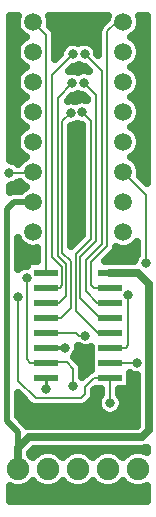
<source format=gbr>
G04 DipTrace 3.0.0.1*
G04 Top.gbr*
%MOIN*%
G04 #@! TF.FileFunction,Copper,L1,Top*
G04 #@! TF.Part,Single*
G04 #@! TA.AperFunction,Conductor*
%ADD10C,0.01*%
G04 #@! TA.AperFunction,CopperBalancing*
%ADD14C,0.025*%
G04 #@! TA.AperFunction,Conductor*
%ADD15C,0.02*%
%ADD16C,0.014*%
%ADD18C,0.007*%
G04 #@! TA.AperFunction,ComponentPad*
%ADD19C,0.059055*%
%ADD21R,0.07874X0.023622*%
G04 #@! TA.AperFunction,ComponentPad*
%ADD22C,0.074803*%
G04 #@! TA.AperFunction,ViaPad*
%ADD23C,0.031496*%
%FSLAX26Y26*%
G04*
G70*
G90*
G75*
G01*
G04 Top*
%LPD*%
X553150Y941995D2*
D16*
X615355D1*
X553150Y841995D2*
D10*
Y803412D1*
X458005Y537271D2*
D14*
Y607087D1*
X493963Y643045D1*
X870079D1*
X893570Y666536D1*
Y1155643D1*
X857218Y1191995D1*
X765748D1*
X509580Y1427691D2*
D15*
X444620D1*
X420604Y1403675D1*
Y697507D1*
X458005Y660105D1*
Y607087D1*
X682809Y982415D2*
D18*
X660368D1*
X652100Y990683D1*
X554462D1*
X553150Y991995D1*
X765748D2*
X724147D1*
X650525Y1065617D1*
Y1253019D1*
X702100Y1304593D1*
Y1697376D1*
X672047Y1727428D1*
X553150Y1041995D2*
X600656D1*
X634252Y1075591D1*
Y1230709D1*
X605906Y1259055D1*
Y1695932D1*
X634515Y1724541D1*
X765748Y1041995D2*
X731103D1*
X665748Y1107349D1*
Y1244751D1*
X718635Y1297638D1*
Y1784383D1*
X678609Y1824410D1*
X553150Y1091995D2*
X595538D1*
X619423Y1115879D1*
Y1219423D1*
X590945Y1247900D1*
Y1775328D1*
X639370Y1823753D1*
X765748Y1091995D2*
X722441D1*
X683465Y1130971D1*
Y1234383D1*
X736614Y1287533D1*
Y1864567D1*
X680315Y1920866D1*
X553150Y1141995D2*
X596588D1*
X604068Y1149475D1*
Y1212336D1*
X572572Y1243832D1*
Y1850656D1*
X641470Y1919554D1*
X809580Y2027691D2*
X787402D1*
X756168Y1996457D1*
Y1280971D1*
X702756Y1227559D1*
Y1150000D1*
X712074Y1140683D1*
X764436D1*
X765748Y1141995D1*
X553150Y1191995D2*
Y1984121D1*
X509580Y2027691D1*
X765092Y756956D2*
Y841339D1*
X765748Y841995D1*
X712730D1*
X682677Y811942D1*
Y787795D1*
X667848Y772966D1*
X516536D1*
X459187Y830315D1*
Y1108924D1*
X458005Y1110105D1*
X428215Y1524016D2*
X505906D1*
X509580Y1527691D1*
X642126Y814173D2*
Y872310D1*
X621260Y893176D1*
X554331D1*
X553150Y891995D1*
X498688D1*
X488058Y902625D1*
Y1172179D1*
X487008Y1173229D1*
X765748Y891995D2*
X854331D1*
X885565Y1222966D2*
Y1451706D1*
X809580Y1527691D1*
X765748Y941995D2*
X816929D1*
X824278Y949344D1*
Y1115617D1*
X825460Y1116798D1*
D23*
X615355Y941995D3*
X553150Y803412D3*
X682809Y982415D3*
X672047Y1727428D3*
X634515Y1724541D3*
X678609Y1824410D3*
X639370Y1823753D3*
X680315Y1920866D3*
X641470Y1919554D3*
X765092Y756956D3*
X458005Y1110105D3*
X428215Y1524016D3*
X642126Y814173D3*
X487008Y1173229D3*
X854331Y891995D3*
X885565Y1222966D3*
X825460Y1116798D3*
X433725Y2024246D2*
D14*
X451116D1*
X568003D2*
X739028D1*
X868003D2*
X885220D1*
X433725Y1999377D2*
X458755D1*
X581479D2*
X723794D1*
X860434D2*
X885220D1*
X433725Y1974508D2*
X476284D1*
X585630D2*
X723647D1*
X842856D2*
X885220D1*
X433725Y1949639D2*
X455532D1*
X585630D2*
X609292D1*
X713755D2*
X723675D1*
X863608D2*
X885220D1*
X433725Y1924771D2*
X451116D1*
X585630D2*
X597077D1*
X868052D2*
X885220D1*
X433725Y1899902D2*
X458413D1*
X860727D2*
X885220D1*
X433725Y1875033D2*
X477114D1*
X641880D2*
X681216D1*
X842026D2*
X885220D1*
X433725Y1850164D2*
X455776D1*
X863413D2*
X885220D1*
X433725Y1825296D2*
X451116D1*
X868052D2*
X885220D1*
X433725Y1800427D2*
X458120D1*
X861020D2*
X885220D1*
X433725Y1775558D2*
X477944D1*
X636118D2*
X682534D1*
X841196D2*
X885220D1*
X433725Y1750689D2*
X455971D1*
X863169D2*
X885220D1*
X433725Y1725820D2*
X451116D1*
X868100D2*
X885220D1*
X433725Y1700952D2*
X457827D1*
X861313D2*
X885220D1*
X433725Y1676083D2*
X478823D1*
X638413D2*
X669595D1*
X840317D2*
X885220D1*
X433725Y1651214D2*
X456216D1*
X638413D2*
X669595D1*
X862925D2*
X885220D1*
X433725Y1626345D2*
X451116D1*
X638413D2*
X669595D1*
X868100D2*
X885220D1*
X433725Y1601477D2*
X457583D1*
X638413D2*
X669595D1*
X861606D2*
X885220D1*
X433725Y1576608D2*
X479751D1*
X638413D2*
X669595D1*
X839389D2*
X885220D1*
X638413Y1551739D2*
X669595D1*
X862680D2*
X885220D1*
X638413Y1526870D2*
X669595D1*
X868100D2*
X885220D1*
X638413Y1502002D2*
X669595D1*
X433725Y1477133D2*
X480727D1*
X638413D2*
X669595D1*
X638413Y1452264D2*
X669595D1*
X638413Y1427395D2*
X669595D1*
X638413Y1402526D2*
X669595D1*
X638413Y1377658D2*
X669595D1*
X638413Y1352789D2*
X669595D1*
X638413Y1327920D2*
X669595D1*
X638413Y1303051D2*
X655630D1*
X459604Y1278183D2*
X480825D1*
X838315D2*
X853104D1*
X459604Y1253314D2*
X520669D1*
X773423D2*
X853042D1*
X459604Y1228445D2*
X484780D1*
X658335Y930020D2*
X697378D1*
X654233Y905151D2*
X697378D1*
X673569Y880282D2*
X697378D1*
X834116Y830545D2*
X852116D1*
X834116Y805676D2*
X852116D1*
X714341Y780807D2*
X727756D1*
X802475D2*
X852065D1*
X459604Y755939D2*
X488637D1*
X695737D2*
X720376D1*
X809848D2*
X852065D1*
X459604Y731070D2*
X729214D1*
X800962D2*
X852065D1*
X466050Y706201D2*
X852065D1*
X493247Y482382D2*
X522768D1*
X593247D2*
X622768D1*
X693247D2*
X722768D1*
X793247D2*
X822768D1*
X433725Y457513D2*
X885220D1*
X433725Y432645D2*
X885220D1*
X565435Y2023295D2*
X564231Y2015471D1*
X577420Y2001755D1*
X580866Y1995602D1*
X582781Y1988814D1*
X583150Y1984121D1*
Y1903701D1*
X599248Y1919758D1*
X599742Y1926163D1*
X601290Y1932609D1*
X603827Y1938734D1*
X607291Y1944387D1*
X611596Y1949428D1*
X616637Y1953733D1*
X622290Y1957197D1*
X628415Y1959734D1*
X634861Y1961282D1*
X641470Y1961802D1*
X648079Y1961282D1*
X654525Y1959734D1*
X659603Y1957680D1*
X667260Y1961047D1*
X673706Y1962594D1*
X680315Y1963114D1*
X686924Y1962594D1*
X693371Y1961047D1*
X699495Y1958510D1*
X705148Y1955046D1*
X710189Y1950740D1*
X714495Y1945699D1*
X717958Y1940047D1*
X720495Y1933922D1*
X722043Y1927475D1*
X722556Y1921061D1*
X726168Y1918471D1*
X726261Y1998811D1*
X727636Y2005727D1*
X730589Y2012132D1*
X734955Y2017670D1*
X754324Y2037040D1*
X756295Y2045004D1*
X757812Y2049115D1*
X561379Y2049114D1*
X564060Y2040770D1*
X565435Y2032086D1*
Y2023295D1*
X484316Y1977690D2*
X476648Y1982363D1*
X469963Y1988073D1*
X464253Y1994758D1*
X459659Y2002255D1*
X456295Y2010377D1*
X454242Y2018926D1*
X453553Y2027691D1*
X454242Y2036455D1*
X456295Y2045004D1*
X457812Y2049115D1*
X431203Y2049114D1*
X431201Y1566155D1*
X438078Y1565097D1*
X444383Y1563048D1*
X450290Y1560038D1*
X455653Y1556142D1*
X457947Y1554022D1*
X461809Y1556965D1*
X466977Y1564077D1*
X473193Y1570294D1*
X480306Y1575462D1*
X484144Y1577770D1*
X476648Y1582363D1*
X469963Y1588073D1*
X464253Y1594758D1*
X459659Y1602255D1*
X456295Y1610377D1*
X454242Y1618926D1*
X453553Y1627691D1*
X454242Y1636455D1*
X456295Y1645004D1*
X459659Y1653126D1*
X464253Y1660623D1*
X469963Y1667308D1*
X476648Y1673018D1*
X484316Y1677691D1*
X476648Y1682363D1*
X469963Y1688073D1*
X464253Y1694758D1*
X459659Y1702255D1*
X456295Y1710377D1*
X454242Y1718926D1*
X453553Y1727691D1*
X454242Y1736455D1*
X456295Y1745004D1*
X459659Y1753126D1*
X464253Y1760623D1*
X469963Y1767308D1*
X476648Y1773018D1*
X484316Y1777691D1*
X476648Y1782363D1*
X469963Y1788073D1*
X464253Y1794758D1*
X459659Y1802255D1*
X456295Y1810377D1*
X454242Y1818926D1*
X453553Y1827691D1*
X454242Y1836455D1*
X456295Y1845004D1*
X459659Y1853126D1*
X464253Y1860623D1*
X469963Y1867308D1*
X476648Y1873018D1*
X484316Y1877691D1*
X476648Y1882363D1*
X469963Y1888073D1*
X464253Y1894758D1*
X459659Y1902255D1*
X456295Y1910377D1*
X454242Y1918926D1*
X453553Y1927691D1*
X454242Y1936455D1*
X456295Y1945004D1*
X459659Y1953126D1*
X464253Y1960623D1*
X469963Y1967308D1*
X476648Y1973018D1*
X484316Y1977691D1*
Y1477690D2*
X476648Y1482363D1*
X469963Y1488073D1*
X464838Y1494016D1*
X455653Y1491890D1*
X450290Y1487994D1*
X444383Y1484984D1*
X438078Y1482935D1*
X431206Y1481885D1*
X431201Y1461663D1*
X438910Y1463741D1*
X444620Y1464191D1*
X467032D1*
X473193Y1470294D1*
X480306Y1475462D1*
X484316Y1477691D1*
X523139Y1273346D2*
X513976Y1271836D1*
X505184D1*
X496501Y1273211D1*
X488139Y1275928D1*
X480306Y1279919D1*
X473193Y1285087D1*
X466977Y1291304D1*
X461809Y1298416D1*
X457818Y1306250D1*
X457110Y1308168D1*
X457134Y1203102D1*
X462175Y1207408D1*
X467828Y1210872D1*
X473953Y1213409D1*
X480399Y1214956D1*
X487280Y1215466D1*
Y1230306D1*
X523168D1*
X523150Y1273294D1*
X855566Y1295744D2*
X849198Y1288073D1*
X842512Y1282363D1*
X835016Y1277770D1*
X826894Y1274405D1*
X818345Y1272353D1*
X809580Y1271663D1*
X800816Y1272353D1*
X792267Y1274405D1*
X785908Y1276957D1*
X784700Y1271701D1*
X781747Y1265296D1*
X777381Y1259758D1*
X747930Y1230307D1*
X759647Y1230515D1*
X765748Y1230995D1*
X844117D1*
X846532Y1239134D1*
X849542Y1245041D1*
X853439Y1250404D1*
X855559Y1252697D1*
X855564Y1295671D1*
X865435Y1523295D2*
X864231Y1515471D1*
X887728Y1491969D1*
X887697Y2049121D1*
X861379Y2049114D1*
X864060Y2040770D1*
X865435Y2032086D1*
Y2023295D1*
X864060Y2014611D1*
X861343Y2006250D1*
X857352Y1998416D1*
X852184Y1991304D1*
X845967Y1985087D1*
X838855Y1979919D1*
X835016Y1977611D1*
X842512Y1973018D1*
X849198Y1967308D1*
X854908Y1960623D1*
X859501Y1953126D1*
X862866Y1945004D1*
X864918Y1936455D1*
X865608Y1927691D1*
X864918Y1918926D1*
X862866Y1910377D1*
X859501Y1902255D1*
X854908Y1894758D1*
X849198Y1888073D1*
X842512Y1882363D1*
X834845Y1877690D1*
X842512Y1873018D1*
X849198Y1867308D1*
X854908Y1860623D1*
X859501Y1853126D1*
X862866Y1845004D1*
X864918Y1836455D1*
X865608Y1827691D1*
X864918Y1818926D1*
X862866Y1810377D1*
X859501Y1802255D1*
X854908Y1794758D1*
X849198Y1788073D1*
X842512Y1782363D1*
X834845Y1777690D1*
X842512Y1773018D1*
X849198Y1767308D1*
X854908Y1760623D1*
X859501Y1753126D1*
X862866Y1745004D1*
X864918Y1736455D1*
X865608Y1727691D1*
X864918Y1718926D1*
X862866Y1710377D1*
X859501Y1702255D1*
X854908Y1694758D1*
X849198Y1688073D1*
X842512Y1682363D1*
X834845Y1677690D1*
X842512Y1673018D1*
X849198Y1667308D1*
X854908Y1660623D1*
X859501Y1653126D1*
X862866Y1645004D1*
X864918Y1636455D1*
X865608Y1627691D1*
X864918Y1618926D1*
X862866Y1610377D1*
X859501Y1602255D1*
X854908Y1594758D1*
X849198Y1588073D1*
X842512Y1582363D1*
X834845Y1577690D1*
X842512Y1573018D1*
X849198Y1567308D1*
X854908Y1560623D1*
X859501Y1553126D1*
X862866Y1545004D1*
X864918Y1536455D1*
X865608Y1527691D1*
X865435Y1523295D1*
X831618Y853695D2*
Y803684D1*
X795046D1*
X795092Y786700D1*
X799271Y781788D1*
X802735Y776136D1*
X805272Y770011D1*
X806820Y763565D1*
X807340Y756956D1*
X806820Y750347D1*
X805272Y743900D1*
X802735Y737775D1*
X799271Y732123D1*
X794966Y727082D1*
X789925Y722776D1*
X784272Y719312D1*
X778147Y716775D1*
X771701Y715228D1*
X765092Y714708D1*
X758483Y715228D1*
X752037Y716775D1*
X745912Y719312D1*
X740259Y722776D1*
X735218Y727082D1*
X730913Y732123D1*
X727449Y737775D1*
X724912Y743900D1*
X723364Y750347D1*
X722844Y756956D1*
X723364Y763565D1*
X724912Y770011D1*
X727449Y776136D1*
X730913Y781788D1*
X735086Y786687D1*
X735092Y803684D1*
X716824D1*
X712677Y799442D1*
X712308Y783102D1*
X710394Y776315D1*
X706948Y770162D1*
X703891Y766582D1*
X687331Y750154D1*
X681468Y746236D1*
X674851Y743795D1*
X667848Y742966D1*
X514182Y743059D1*
X507265Y744434D1*
X500861Y747387D1*
X495322Y751753D1*
X457101Y789974D1*
X457104Y712610D1*
X485760Y683810D1*
X487862Y681565D1*
X493975Y682045D1*
X485760Y683810D1*
X487535Y681559D1*
X494110Y682045D1*
X853973D1*
X854570Y691536D1*
X854331Y849747D1*
X847722Y850267D1*
X841276Y851815D1*
X835151Y854352D1*
X832256Y855973D1*
X699878Y869065D2*
Y943772D1*
X692671Y941334D1*
X686123Y940297D1*
X679494D1*
X672946Y941334D1*
X666641Y943383D1*
X660734Y946393D1*
X657082Y948735D1*
X657603Y942126D1*
X657082Y935517D1*
X655535Y929071D1*
X652998Y922946D1*
X649534Y917293D1*
X644914Y911962D1*
X664938Y891793D1*
X668856Y885930D1*
X671297Y879313D1*
X672126Y872310D1*
Y843941D1*
X693246Y864807D1*
X699118Y868729D1*
X507968Y497509D2*
X503191Y492085D1*
X495566Y485573D1*
X487016Y480334D1*
X477752Y476497D1*
X468002Y474156D1*
X458005Y473369D1*
X448009Y474156D1*
X438259Y476497D1*
X431184Y479325D1*
X431201Y431194D1*
X887695Y431201D1*
X887697Y480664D1*
X877752Y476497D1*
X868002Y474156D1*
X858005Y473369D1*
X848009Y474156D1*
X838259Y476497D1*
X828995Y480334D1*
X820445Y485573D1*
X812820Y492085D1*
X808043Y497509D1*
X803191Y492085D1*
X795566Y485573D1*
X787016Y480334D1*
X777752Y476497D1*
X768002Y474156D1*
X758005Y473369D1*
X748009Y474156D1*
X738259Y476497D1*
X728995Y480334D1*
X720445Y485573D1*
X712820Y492085D1*
X708043Y497509D1*
X703191Y492085D1*
X695566Y485573D1*
X687016Y480334D1*
X677752Y476497D1*
X668002Y474156D1*
X658005Y473369D1*
X648009Y474156D1*
X638259Y476497D1*
X628995Y480334D1*
X620445Y485573D1*
X612820Y492085D1*
X608043Y497509D1*
X603191Y492085D1*
X595566Y485573D1*
X587016Y480334D1*
X577752Y476497D1*
X568002Y474156D1*
X558005Y473369D1*
X548009Y474156D1*
X538259Y476497D1*
X528995Y480334D1*
X520445Y485573D1*
X512820Y492085D1*
X508043Y497509D1*
X496997Y587840D2*
X503191Y582456D1*
X507968Y577032D1*
X512820Y582456D1*
X520445Y588968D1*
X528995Y594207D1*
X538259Y598045D1*
X548009Y600385D1*
X558005Y601172D1*
X568002Y600385D1*
X577752Y598045D1*
X587016Y594207D1*
X595566Y588968D1*
X603191Y582456D1*
X607968Y577032D1*
X612820Y582456D1*
X620445Y588968D1*
X628995Y594207D1*
X638259Y598045D1*
X648009Y600385D1*
X658005Y601172D1*
X668002Y600385D1*
X677752Y598045D1*
X687016Y594207D1*
X695566Y588968D1*
X703191Y582456D1*
X707968Y577032D1*
X712820Y582456D1*
X720445Y588968D1*
X728995Y594207D1*
X738259Y598045D1*
X748009Y600385D1*
X758005Y601172D1*
X768002Y600385D1*
X777752Y598045D1*
X787016Y594207D1*
X795566Y588968D1*
X803191Y582456D1*
X807968Y577032D1*
X812820Y582456D1*
X820445Y588968D1*
X828995Y594207D1*
X838259Y598045D1*
X848009Y600385D1*
X858005Y601172D1*
X868002Y600385D1*
X877752Y598045D1*
X887683Y593834D1*
X887697Y608203D1*
X882131Y605954D1*
X876180Y604525D1*
X870079Y604045D1*
X510069D1*
X496992Y590919D1*
X635906Y1280826D2*
X672100Y1317093D1*
X671875Y1685174D1*
X665438Y1685700D1*
X658992Y1687248D1*
X656184Y1688284D1*
X650682Y1685509D1*
X644377Y1683460D1*
X635900Y1682347D1*
X635906Y1280844D1*
X650391Y1763685D2*
X655880Y1766460D1*
X662185Y1768509D1*
X668733Y1769546D1*
X675362D1*
X681910Y1768509D1*
X688627Y1766270D1*
X688583Y1772009D1*
X678398Y1782194D1*
X672000Y1782682D1*
X665554Y1784229D1*
X659629Y1786674D1*
X652426Y1783573D1*
X645979Y1782026D1*
X639565Y1781513D1*
X623329Y1765286D1*
X631200Y1766659D1*
X637829D1*
X644377Y1765622D1*
X650378Y1763685D1*
X658400Y1861477D2*
X665554Y1864590D1*
X672000Y1866138D1*
X678609Y1866658D1*
X685218Y1866138D1*
X691664Y1864590D1*
X695777Y1862981D1*
X680149Y1878606D1*
X673706Y1879138D1*
X667260Y1880686D1*
X662182Y1882740D1*
X654525Y1879374D1*
X648079Y1877826D1*
X641664Y1877314D1*
X629508Y1864834D1*
X636056Y1865871D1*
X642685D1*
X649233Y1864834D1*
X655538Y1862786D1*
X658350Y1861489D1*
D19*
X509580Y2027691D3*
Y1927691D3*
Y1827691D3*
Y1727691D3*
Y1627691D3*
Y1527691D3*
Y1427691D3*
Y1327691D3*
X809580D3*
Y1427691D3*
Y1527691D3*
Y1627691D3*
Y1727691D3*
Y1827691D3*
Y1927691D3*
Y2027691D3*
D21*
X553150Y1191995D3*
Y1141995D3*
Y1091995D3*
Y1041995D3*
Y991995D3*
Y941995D3*
Y891995D3*
Y841995D3*
X765748D3*
Y891995D3*
Y941995D3*
Y991995D3*
Y1041995D3*
Y1091995D3*
Y1141995D3*
Y1191995D3*
D22*
X458005Y537271D3*
X558005D3*
X658005D3*
X758005D3*
X858005D3*
M02*

</source>
